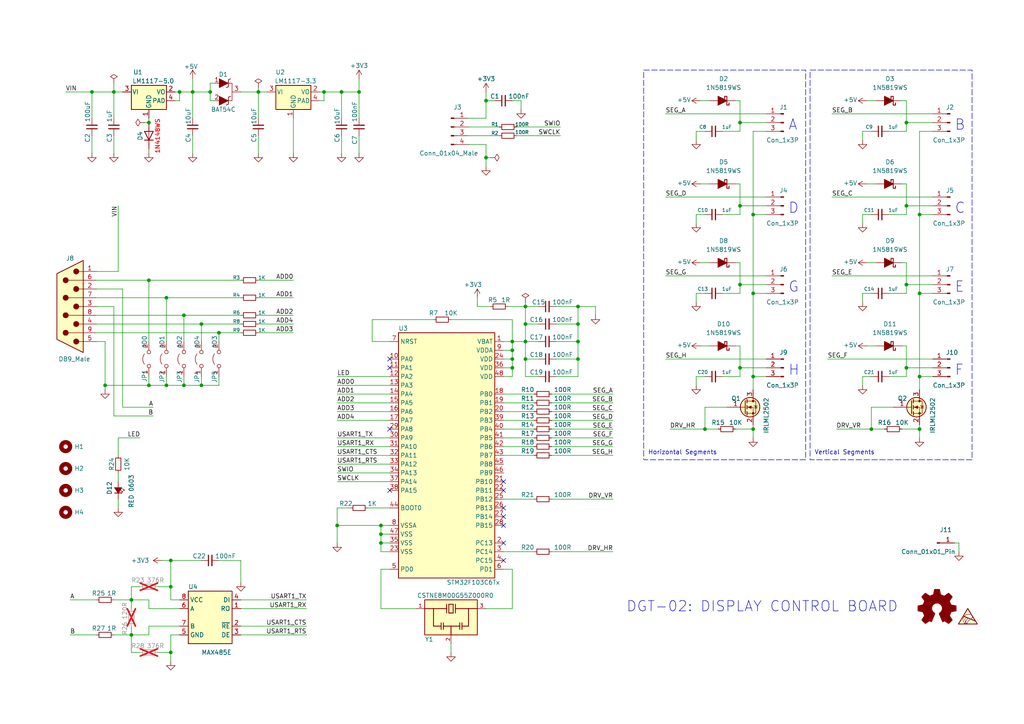
<source format=kicad_sch>
(kicad_sch (version 20230121) (generator eeschema)
  (paper "A4")
  (junction (at 49.53 170.18))
  (junction (at 167.64 93.98))
  (junction (at 55.88 26.67))
  (junction (at 152.4 99.06))
  (junction (at 152.4 104.14))
  (junction (at 218.44 124.46))
  (junction (at 204.47 124.46))
  (junction (at 30.48 111.76))
  (junction (at 214.63 35.56))
  (junction (at 58.42 111.76))
  (junction (at 266.7 85.09))
  (junction (at 38.1 184.15))
  (junction (at 63.5 96.52))
  (junction (at 60.96 26.67))
  (junction (at 48.26 86.36))
  (junction (at 26.67 26.67))
  (junction (at 262.89 82.55))
  (junction (at 266.7 62.23))
  (junction (at 167.64 104.14))
  (junction (at 218.44 109.22))
  (junction (at 214.63 106.68))
  (junction (at 148.59 104.14))
  (junction (at 97.79 152.4))
  (junction (at 110.49 154.94))
  (junction (at 218.44 85.09))
  (junction (at 53.34 91.44))
  (junction (at 93.98 26.67))
  (junction (at 262.89 106.68))
  (junction (at 167.64 99.06))
  (junction (at 110.49 157.48))
  (junction (at 49.53 162.56))
  (junction (at 148.59 106.68))
  (junction (at 218.44 62.23))
  (junction (at 214.63 59.69))
  (junction (at 58.42 93.98))
  (junction (at 152.4 88.9))
  (junction (at 43.18 81.28))
  (junction (at 262.89 59.69))
  (junction (at 74.93 26.67))
  (junction (at 43.18 35.56))
  (junction (at 33.02 26.67))
  (junction (at 104.14 26.67))
  (junction (at 38.1 173.99))
  (junction (at 52.07 26.67))
  (junction (at 262.89 35.56))
  (junction (at 152.4 93.98))
  (junction (at 99.06 26.67))
  (junction (at 140.97 45.72))
  (junction (at 167.64 88.9))
  (junction (at 266.7 124.46))
  (junction (at 48.26 111.76))
  (junction (at 43.18 111.76))
  (junction (at 49.53 189.23))
  (junction (at 266.7 109.22))
  (junction (at 148.59 101.6))
  (junction (at 53.34 111.76))
  (junction (at 148.59 99.06))
  (junction (at 140.97 29.21))
  (junction (at 252.73 124.46))
  (junction (at 214.63 82.55))
  (junction (at 110.49 152.4))
  (no_connect (at 146.05 162.56))
  (no_connect (at 146.05 152.4))
  (no_connect (at 113.03 124.46))
  (no_connect (at 146.05 149.86))
  (no_connect (at 146.05 157.48))
  (no_connect (at 146.05 139.7))
  (no_connect (at 146.05 147.32))
  (no_connect (at 146.05 142.24))
  (no_connect (at 113.03 106.68))
  (no_connect (at 113.03 142.24))
  (no_connect (at 113.03 104.14))
  (wire (pts (xy 38.1 173.99) (xy 43.18 173.99)))
  (wire (pts (xy 252.73 109.22) (xy 250.19 109.22)))
  (wire (pts (xy 52.07 29.21) (xy 52.07 26.67)))
  (wire (pts (xy 261.62 100.33) (xy 262.89 100.33)))
  (wire (pts (xy 97.79 119.38) (xy 113.03 119.38)))
  (wire (pts (xy 146.05 119.38) (xy 154.94 119.38)))
  (wire (pts (xy 156.21 109.22) (xy 152.4 109.22)))
  (wire (pts (xy 43.18 111.76) (xy 48.26 111.76)))
  (wire (pts (xy 99.06 26.67) (xy 99.06 34.29)))
  (wire (pts (xy 52.07 184.15) (xy 49.53 184.15)))
  (wire (pts (xy 33.02 26.67) (xy 35.56 26.67)))
  (wire (pts (xy 214.63 38.1) (xy 214.63 35.56)))
  (wire (pts (xy 266.7 85.09) (xy 266.7 109.22)))
  (wire (pts (xy 43.18 109.22) (xy 43.18 111.76)))
  (wire (pts (xy 204.47 38.1) (xy 201.93 38.1)))
  (wire (pts (xy 204.47 124.46) (xy 204.47 118.11)))
  (wire (pts (xy 99.06 39.37) (xy 99.06 44.45)))
  (wire (pts (xy 152.4 87.63) (xy 152.4 88.9)))
  (wire (pts (xy 152.4 93.98) (xy 156.21 93.98)))
  (wire (pts (xy 266.7 62.23) (xy 266.7 85.09)))
  (wire (pts (xy 160.02 129.54) (xy 177.8 129.54)))
  (wire (pts (xy 203.2 76.2) (xy 205.74 76.2)))
  (wire (pts (xy 97.79 134.62) (xy 113.03 134.62)))
  (wire (pts (xy 146.05 114.3) (xy 154.94 114.3)))
  (wire (pts (xy 167.64 104.14) (xy 167.64 109.22)))
  (wire (pts (xy 146.05 99.06) (xy 148.59 99.06)))
  (wire (pts (xy 240.03 104.14) (xy 270.51 104.14)))
  (wire (pts (xy 43.18 111.76) (xy 30.48 111.76)))
  (wire (pts (xy 41.91 35.56) (xy 43.18 35.56)))
  (wire (pts (xy 74.93 91.44) (xy 85.09 91.44)))
  (wire (pts (xy 146.05 101.6) (xy 148.59 101.6)))
  (wire (pts (xy 140.97 45.72) (xy 142.24 45.72)))
  (wire (pts (xy 74.93 25.4) (xy 74.93 26.67)))
  (wire (pts (xy 140.97 26.67) (xy 140.97 29.21)))
  (wire (pts (xy 140.97 41.91) (xy 140.97 45.72)))
  (wire (pts (xy 52.07 173.99) (xy 49.53 173.99)))
  (wire (pts (xy 160.02 127) (xy 177.8 127)))
  (wire (pts (xy 27.94 99.06) (xy 30.48 99.06)))
  (wire (pts (xy 69.85 162.56) (xy 69.85 168.91)))
  (wire (pts (xy 93.98 29.21) (xy 93.98 26.67)))
  (wire (pts (xy 204.47 62.23) (xy 201.93 62.23)))
  (wire (pts (xy 214.63 53.34) (xy 214.63 59.69)))
  (wire (pts (xy 110.49 154.94) (xy 110.49 152.4)))
  (wire (pts (xy 208.28 124.46) (xy 204.47 124.46)))
  (wire (pts (xy 53.34 91.44) (xy 53.34 99.06)))
  (wire (pts (xy 250.19 38.1) (xy 250.19 40.64)))
  (wire (pts (xy 74.93 39.37) (xy 74.93 44.45)))
  (wire (pts (xy 58.42 162.56) (xy 49.53 162.56)))
  (wire (pts (xy 266.7 38.1) (xy 270.51 38.1)))
  (wire (pts (xy 33.02 173.99) (xy 38.1 173.99)))
  (wire (pts (xy 69.85 184.15) (xy 88.9 184.15)))
  (wire (pts (xy 218.44 62.23) (xy 222.25 62.23)))
  (wire (pts (xy 48.26 109.22) (xy 48.26 111.76)))
  (wire (pts (xy 194.31 124.46) (xy 204.47 124.46)))
  (wire (pts (xy 266.7 109.22) (xy 266.7 113.03)))
  (wire (pts (xy 49.53 184.15) (xy 49.53 189.23)))
  (wire (pts (xy 33.02 39.37) (xy 33.02 44.45)))
  (wire (pts (xy 113.03 152.4) (xy 110.49 152.4)))
  (wire (pts (xy 97.79 121.92) (xy 113.03 121.92)))
  (wire (pts (xy 58.42 111.76) (xy 63.5 111.76)))
  (wire (pts (xy 146.05 116.84) (xy 154.94 116.84)))
  (wire (pts (xy 252.73 124.46) (xy 252.73 118.11)))
  (wire (pts (xy 50.8 29.21) (xy 52.07 29.21)))
  (wire (pts (xy 30.48 99.06) (xy 30.48 111.76)))
  (wire (pts (xy 104.14 39.37) (xy 104.14 44.45)))
  (wire (pts (xy 110.49 157.48) (xy 110.49 154.94)))
  (wire (pts (xy 140.97 29.21) (xy 140.97 34.29)))
  (wire (pts (xy 43.18 34.29) (xy 43.18 35.56)))
  (wire (pts (xy 146.05 160.02) (xy 154.94 160.02)))
  (wire (pts (xy 148.59 29.21) (xy 151.13 29.21)))
  (wire (pts (xy 34.29 144.78) (xy 34.29 147.32)))
  (wire (pts (xy 257.81 85.09) (xy 262.89 85.09)))
  (wire (pts (xy 213.36 53.34) (xy 214.63 53.34)))
  (wire (pts (xy 110.49 157.48) (xy 113.03 157.48)))
  (wire (pts (xy 209.55 38.1) (xy 214.63 38.1)))
  (wire (pts (xy 160.02 116.84) (xy 177.8 116.84)))
  (wire (pts (xy 261.62 76.2) (xy 262.89 76.2)))
  (wire (pts (xy 104.14 34.29) (xy 104.14 26.67)))
  (wire (pts (xy 45.72 189.23) (xy 49.53 189.23)))
  (wire (pts (xy 193.04 80.01) (xy 222.25 80.01)))
  (wire (pts (xy 252.73 118.11) (xy 259.08 118.11)))
  (wire (pts (xy 204.47 109.22) (xy 201.93 109.22)))
  (wire (pts (xy 204.47 85.09) (xy 201.93 85.09)))
  (wire (pts (xy 55.88 26.67) (xy 60.96 26.67)))
  (wire (pts (xy 262.89 59.69) (xy 270.51 59.69)))
  (wire (pts (xy 152.4 88.9) (xy 156.21 88.9)))
  (wire (pts (xy 241.3 57.15) (xy 270.51 57.15)))
  (wire (pts (xy 38.1 170.18) (xy 38.1 173.99)))
  (wire (pts (xy 142.24 88.9) (xy 138.43 88.9)))
  (wire (pts (xy 92.71 26.67) (xy 93.98 26.67)))
  (wire (pts (xy 43.18 81.28) (xy 69.85 81.28)))
  (wire (pts (xy 33.02 88.9) (xy 33.02 120.65)))
  (wire (pts (xy 266.7 62.23) (xy 270.51 62.23)))
  (wire (pts (xy 55.88 22.86) (xy 55.88 26.67)))
  (wire (pts (xy 135.89 36.83) (xy 144.78 36.83)))
  (wire (pts (xy 266.7 38.1) (xy 266.7 62.23)))
  (wire (pts (xy 262.89 100.33) (xy 262.89 106.68)))
  (wire (pts (xy 110.49 165.1) (xy 110.49 176.53)))
  (wire (pts (xy 69.85 176.53) (xy 88.9 176.53)))
  (wire (pts (xy 97.79 114.3) (xy 113.03 114.3)))
  (wire (pts (xy 120.65 176.53) (xy 110.49 176.53)))
  (wire (pts (xy 97.79 116.84) (xy 113.03 116.84)))
  (wire (pts (xy 261.62 124.46) (xy 266.7 124.46)))
  (wire (pts (xy 50.8 26.67) (xy 52.07 26.67)))
  (wire (pts (xy 63.5 96.52) (xy 63.5 99.06)))
  (wire (pts (xy 160.02 160.02) (xy 177.8 160.02)))
  (wire (pts (xy 201.93 85.09) (xy 201.93 87.63)))
  (wire (pts (xy 74.93 93.98) (xy 85.09 93.98)))
  (wire (pts (xy 26.67 34.29) (xy 26.67 26.67)))
  (wire (pts (xy 148.59 99.06) (xy 148.59 101.6)))
  (wire (pts (xy 152.4 88.9) (xy 152.4 93.98)))
  (wire (pts (xy 93.98 26.67) (xy 99.06 26.67)))
  (wire (pts (xy 152.4 104.14) (xy 156.21 104.14)))
  (wire (pts (xy 214.63 82.55) (xy 222.25 82.55)))
  (wire (pts (xy 104.14 26.67) (xy 99.06 26.67)))
  (wire (pts (xy 161.29 88.9) (xy 167.64 88.9)))
  (wire (pts (xy 110.49 152.4) (xy 97.79 152.4)))
  (wire (pts (xy 148.59 104.14) (xy 148.59 106.68)))
  (wire (pts (xy 60.96 29.21) (xy 60.96 26.67)))
  (wire (pts (xy 251.46 76.2) (xy 254 76.2)))
  (wire (pts (xy 262.89 35.56) (xy 270.51 35.56)))
  (wire (pts (xy 262.89 82.55) (xy 270.51 82.55)))
  (wire (pts (xy 160.02 121.92) (xy 177.8 121.92)))
  (wire (pts (xy 48.26 111.76) (xy 53.34 111.76)))
  (wire (pts (xy 107.95 99.06) (xy 113.03 99.06)))
  (wire (pts (xy 251.46 53.34) (xy 254 53.34)))
  (wire (pts (xy 33.02 34.29) (xy 33.02 26.67)))
  (wire (pts (xy 38.1 189.23) (xy 38.1 184.15)))
  (wire (pts (xy 20.32 173.99) (xy 27.94 173.99)))
  (wire (pts (xy 33.02 24.13) (xy 33.02 26.67)))
  (wire (pts (xy 146.05 127) (xy 154.94 127)))
  (wire (pts (xy 160.02 114.3) (xy 177.8 114.3)))
  (wire (pts (xy 218.44 85.09) (xy 218.44 109.22)))
  (wire (pts (xy 218.44 109.22) (xy 218.44 113.03)))
  (wire (pts (xy 149.86 39.37) (xy 162.56 39.37)))
  (wire (pts (xy 35.56 118.11) (xy 44.45 118.11)))
  (wire (pts (xy 34.29 137.16) (xy 34.29 139.7)))
  (wire (pts (xy 167.64 99.06) (xy 167.64 104.14)))
  (wire (pts (xy 130.81 92.71) (xy 148.59 92.71)))
  (wire (pts (xy 201.93 62.23) (xy 201.93 64.77)))
  (wire (pts (xy 74.93 86.36) (xy 85.09 86.36)))
  (wire (pts (xy 107.95 92.71) (xy 107.95 99.06)))
  (wire (pts (xy 63.5 96.52) (xy 69.85 96.52)))
  (wire (pts (xy 58.42 93.98) (xy 58.42 99.06)))
  (wire (pts (xy 213.36 76.2) (xy 214.63 76.2)))
  (wire (pts (xy 146.05 132.08) (xy 154.94 132.08)))
  (wire (pts (xy 69.85 173.99) (xy 88.9 173.99)))
  (wire (pts (xy 106.68 147.32) (xy 113.03 147.32)))
  (wire (pts (xy 218.44 85.09) (xy 222.25 85.09)))
  (wire (pts (xy 214.63 76.2) (xy 214.63 82.55)))
  (wire (pts (xy 69.85 26.67) (xy 74.93 26.67)))
  (wire (pts (xy 203.2 100.33) (xy 205.74 100.33)))
  (wire (pts (xy 262.89 62.23) (xy 262.89 59.69)))
  (wire (pts (xy 146.05 106.68) (xy 148.59 106.68)))
  (wire (pts (xy 252.73 38.1) (xy 250.19 38.1)))
  (wire (pts (xy 262.89 106.68) (xy 270.51 106.68)))
  (wire (pts (xy 40.64 170.18) (xy 38.1 170.18)))
  (wire (pts (xy 43.18 43.18) (xy 43.18 44.45)))
  (wire (pts (xy 110.49 160.02) (xy 110.49 157.48)))
  (wire (pts (xy 19.05 26.67) (xy 26.67 26.67)))
  (wire (pts (xy 140.97 176.53) (xy 148.59 176.53)))
  (wire (pts (xy 27.94 86.36) (xy 48.26 86.36)))
  (wire (pts (xy 43.18 176.53) (xy 52.07 176.53)))
  (wire (pts (xy 250.19 62.23) (xy 250.19 64.77)))
  (wire (pts (xy 213.36 100.33) (xy 214.63 100.33)))
  (wire (pts (xy 148.59 99.06) (xy 152.4 99.06)))
  (wire (pts (xy 60.96 24.13) (xy 62.23 24.13)))
  (wire (pts (xy 74.93 81.28) (xy 85.09 81.28)))
  (wire (pts (xy 151.13 29.21) (xy 151.13 31.75)))
  (wire (pts (xy 48.26 99.06) (xy 48.26 86.36)))
  (wire (pts (xy 266.7 124.46) (xy 266.7 123.19)))
  (wire (pts (xy 161.29 93.98) (xy 167.64 93.98)))
  (wire (pts (xy 214.63 85.09) (xy 214.63 82.55)))
  (wire (pts (xy 167.64 93.98) (xy 167.64 99.06)))
  (wire (pts (xy 214.63 35.56) (xy 222.25 35.56)))
  (wire (pts (xy 262.89 76.2) (xy 262.89 82.55)))
  (wire (pts (xy 135.89 34.29) (xy 140.97 34.29)))
  (wire (pts (xy 113.03 165.1) (xy 110.49 165.1)))
  (wire (pts (xy 261.62 53.34) (xy 262.89 53.34)))
  (wire (pts (xy 60.96 26.67) (xy 60.96 24.13)))
  (wire (pts (xy 104.14 26.67) (xy 104.14 22.86)))
  (wire (pts (xy 251.46 29.21) (xy 254 29.21)))
  (wire (pts (xy 140.97 29.21) (xy 143.51 29.21)))
  (wire (pts (xy 135.89 41.91) (xy 140.97 41.91)))
  (wire (pts (xy 201.93 109.22) (xy 201.93 111.76)))
  (wire (pts (xy 203.2 53.34) (xy 205.74 53.34)))
  (wire (pts (xy 26.67 44.45) (xy 26.67 39.37)))
  (wire (pts (xy 160.02 132.08) (xy 177.8 132.08)))
  (wire (pts (xy 27.94 91.44) (xy 53.34 91.44)))
  (wire (pts (xy 276.86 157.48) (xy 278.13 157.48)))
  (wire (pts (xy 107.95 92.71) (xy 125.73 92.71)))
  (wire (pts (xy 53.34 91.44) (xy 69.85 91.44)))
  (wire (pts (xy 38.1 173.99) (xy 38.1 176.53)))
  (wire (pts (xy 167.64 88.9) (xy 172.72 88.9)))
  (wire (pts (xy 33.02 120.65) (xy 44.45 120.65)))
  (wire (pts (xy 148.59 165.1) (xy 148.59 176.53)))
  (wire (pts (xy 35.56 83.82) (xy 35.56 118.11)))
  (wire (pts (xy 146.05 124.46) (xy 154.94 124.46)))
  (wire (pts (xy 97.79 109.22) (xy 113.03 109.22)))
  (wire (pts (xy 161.29 99.06) (xy 167.64 99.06)))
  (wire (pts (xy 27.94 88.9) (xy 33.02 88.9)))
  (wire (pts (xy 33.02 184.15) (xy 38.1 184.15)))
  (wire (pts (xy 58.42 109.22) (xy 58.42 111.76)))
  (wire (pts (xy 43.18 99.06) (xy 43.18 81.28)))
  (wire (pts (xy 213.36 29.21) (xy 214.63 29.21)))
  (wire (pts (xy 218.44 38.1) (xy 222.25 38.1)))
  (wire (pts (xy 218.44 109.22) (xy 222.25 109.22)))
  (wire (pts (xy 218.44 124.46) (xy 218.44 123.19)))
  (wire (pts (xy 97.79 152.4) (xy 97.79 157.48)))
  (wire (pts (xy 34.29 127) (xy 40.64 127)))
  (wire (pts (xy 27.94 83.82) (xy 35.56 83.82)))
  (wire (pts (xy 27.94 96.52) (xy 63.5 96.52)))
  (wire (pts (xy 74.93 96.52) (xy 85.09 96.52)))
  (wire (pts (xy 97.79 147.32) (xy 97.79 152.4)))
  (wire (pts (xy 167.64 88.9) (xy 167.64 93.98)))
  (wire (pts (xy 49.53 170.18) (xy 49.53 173.99)))
  (wire (pts (xy 38.1 181.61) (xy 38.1 184.15)))
  (wire (pts (xy 20.32 184.15) (xy 27.94 184.15)))
  (wire (pts (xy 204.47 118.11) (xy 210.82 118.11)))
  (wire (pts (xy 161.29 109.22) (xy 167.64 109.22)))
  (wire (pts (xy 110.49 154.94) (xy 113.03 154.94)))
  (wire (pts (xy 101.6 147.32) (xy 97.79 147.32)))
  (wire (pts (xy 257.81 38.1) (xy 262.89 38.1)))
  (wire (pts (xy 135.89 39.37) (xy 144.78 39.37)))
  (wire (pts (xy 48.26 86.36) (xy 69.85 86.36)))
  (wire (pts (xy 40.64 189.23) (xy 38.1 189.23)))
  (wire (pts (xy 34.29 78.74) (xy 27.94 78.74)))
  (wire (pts (xy 52.07 26.67) (xy 55.88 26.67)))
  (wire (pts (xy 160.02 119.38) (xy 177.8 119.38)))
  (wire (pts (xy 193.04 104.14) (xy 222.25 104.14)))
  (wire (pts (xy 218.44 62.23) (xy 218.44 85.09)))
  (wire (pts (xy 113.03 137.16) (xy 97.79 137.16)))
  (wire (pts (xy 43.18 184.15) (xy 43.18 181.61)))
  (wire (pts (xy 53.34 109.22) (xy 53.34 111.76)))
  (wire (pts (xy 140.97 45.72) (xy 140.97 48.26)))
  (wire (pts (xy 130.81 186.69) (xy 130.81 189.23)))
  (wire (pts (xy 214.63 106.68) (xy 222.25 106.68)))
  (wire (pts (xy 146.05 165.1) (xy 148.59 165.1)))
  (wire (pts (xy 262.89 109.22) (xy 262.89 106.68)))
  (wire (pts (xy 250.19 85.09) (xy 250.19 87.63)))
  (wire (pts (xy 30.48 111.76) (xy 30.48 113.03)))
  (wire (pts (xy 161.29 104.14) (xy 167.64 104.14)))
  (wire (pts (xy 214.63 62.23) (xy 214.63 59.69)))
  (wire (pts (xy 278.13 157.48) (xy 278.13 160.02)))
  (wire (pts (xy 152.4 99.06) (xy 156.21 99.06)))
  (wire (pts (xy 45.72 170.18) (xy 49.53 170.18)))
  (wire (pts (xy 55.88 39.37) (xy 55.88 44.45)))
  (wire (pts (xy 250.19 109.22) (xy 250.19 111.76)))
  (wire (pts (xy 148.59 92.71) (xy 148.59 99.06)))
  (wire (pts (xy 92.71 29.21) (xy 93.98 29.21)))
  (wire (pts (xy 152.4 99.06) (xy 152.4 93.98)))
  (wire (pts (xy 261.62 29.21) (xy 262.89 29.21)))
  (wire (pts (xy 266.7 85.09) (xy 270.51 85.09)))
  (wire (pts (xy 146.05 104.14) (xy 148.59 104.14)))
  (wire (pts (xy 214.63 100.33) (xy 214.63 106.68)))
  (wire (pts (xy 203.2 29.21) (xy 205.74 29.21)))
  (wire (pts (xy 266.7 109.22) (xy 270.51 109.22)))
  (wire (pts (xy 262.89 85.09) (xy 262.89 82.55)))
  (wire (pts (xy 58.42 93.98) (xy 69.85 93.98)))
  (wire (pts (xy 172.72 88.9) (xy 172.72 91.44)))
  (wire (pts (xy 43.18 173.99) (xy 43.18 176.53)))
  (wire (pts (xy 97.79 127) (xy 113.03 127)))
  (wire (pts (xy 146.05 121.92) (xy 154.94 121.92)))
  (wire (pts (xy 63.5 162.56) (xy 69.85 162.56)))
  (wire (pts (xy 34.29 59.69) (xy 34.29 78.74)))
  (wire (pts (xy 241.3 80.01) (xy 270.51 80.01)))
  (wire (pts (xy 257.81 62.23) (xy 262.89 62.23)))
  (wire (pts (xy 241.3 33.02) (xy 270.51 33.02)))
  (wire (pts (xy 27.94 93.98) (xy 58.42 93.98)))
  (wire (pts (xy 113.03 160.02) (xy 110.49 160.02)))
  (wire (pts (xy 97.79 129.54) (xy 113.03 129.54)))
  (wire (pts (xy 27.94 81.28) (xy 43.18 81.28)))
  (wire (pts (xy 149.86 36.83) (xy 162.56 36.83)))
  (wire (pts (xy 218.44 38.1) (xy 218.44 62.23)))
  (wire (pts (xy 214.63 109.22) (xy 214.63 106.68)))
  (wire (pts (xy 262.89 29.21) (xy 262.89 35.56)))
  (wire (pts (xy 213.36 124.46) (xy 218.44 124.46)))
  (wire (pts (xy 160.02 144.78) (xy 177.8 144.78)))
  (wire (pts (xy 55.88 26.67) (xy 55.88 34.29)))
  (wire (pts (xy 74.93 26.67) (xy 77.47 26.67)))
  (wire (pts (xy 160.02 124.46) (xy 177.8 124.46)))
  (wire (pts (xy 38.1 184.15) (xy 43.18 184.15)))
  (wire (pts (xy 251.46 100.33) (xy 254 100.33)))
  (wire (pts (xy 256.54 124.46) (xy 252.73 124.46)))
  (wire (pts (xy 193.04 33.02) (xy 222.25 33.02)))
  (wire (pts (xy 113.03 139.7) (xy 97.79 139.7)))
  (wire (pts (xy 49.53 189.23) (xy 49.53 191.77)))
  (wire (pts (xy 193.04 57.15) (xy 222.25 57.15)))
  (wire (pts (xy 148.59 101.6) (xy 148.59 104.14)))
  (wire (pts (xy 97.79 132.08) (xy 113.03 132.08)))
  (wire (pts (xy 257.81 109.22) (xy 262.89 109.22)))
  (wire (pts (xy 148.59 106.68) (xy 148.59 109.22)))
  (wire (pts (xy 201.93 38.1) (xy 201.93 40.64)))
  (wire (pts (xy 209.55 109.22) (xy 214.63 109.22)))
  (wire (pts (xy 69.85 181.61) (xy 88.9 181.61)))
  (wire (pts (xy 74.93 34.29) (xy 74.93 26.67)))
  (wire (pts (xy 63.5 109.22) (xy 63.5 111.76)))
  (wire (pts (xy 262.89 53.34) (xy 262.89 59.69)))
  (wire (pts (xy 266.7 124.46) (xy 266.7 127)))
  (wire (pts (xy 146.05 129.54) (xy 154.94 129.54)))
  (wire (pts (xy 97.79 111.76) (xy 113.03 111.76)))
  (wire (pts (xy 34.29 127) (xy 34.29 132.08)))
  (wire (pts (xy 214.63 59.69) (xy 222.25 59.69)))
  (wire (pts (xy 209.55 85.09) (xy 214.63 85.09)))
  (wire (pts (xy 147.32 88.9) (xy 152.4 88.9)))
  (wire (pts (xy 138.43 88.9) (xy 138.43 86.36)))
  (wire (pts (xy 85.09 34.29) (xy 85.09 44.45)))
  (wire (pts (xy 46.99 162.56) (xy 49.53 162.56)))
  (wire (pts (xy 262.89 38.1) (xy 262.89 35.56)))
  (wire (pts (xy 252.73 62.23) (xy 250.19 62.23)))
  (wire (pts (xy 62.23 29.21) (xy 60.96 29.21)))
  (wire (pts (xy 53.34 111.76) (xy 58.42 111.76)))
  (wire (pts (xy 218.44 124.46) (xy 218.44 127)))
  (wire (pts (xy 242.57 124.46) (xy 252.73 124.46)))
  (wire (pts (xy 214.63 29.21) (xy 214.63 35.56)))
  (wire (pts (xy 152.4 109.22) (xy 152.4 104.14)))
  (wire (pts (xy 43.18 181.61) (xy 52.07 181.61)))
  (wire (pts (xy 209.55 62.23) (xy 214.63 62.23)))
  (wire (pts (xy 26.67 26.67) (xy 33.02 26.67)))
  (wire (pts (xy 146.05 144.78) (xy 154.94 144.78)))
  (wire (pts (xy 146.05 109.22) (xy 148.59 109.22)))
  (wire (pts (xy 152.4 104.14) (xy 152.4 99.06)))
  (wire (pts (xy 252.73 85.09) (xy 250.19 85.09)))
  (wire (pts (xy 49.53 162.56) (xy 49.53 170.18)))
  (rectangle (start 186.69 20.32) (end 233.68 133.35) (stroke (width 0) (type dash)))
  (rectangle (start 234.95 20.32) (end 281.94 133.35) (stroke (width 0) (type dash)))
  (text "F" (at 276.86 109.22 0) (effects (font (size 3 3)) (justify left bottom)))
  (text "Vertical Segments" (at 236.22 132.08 0) (effects (font (size 1.27 1.27)) (justify left bottom)))
  (text "D" (at 228.6 62.23 0) (effects (font (size 3 3)) (justify left bottom)))
  (text "B" (at 276.86 38.1 0) (effects (font (size 3 3)) (justify left bottom)))
  (text "C" (at 276.86 62.23 0) (effects (font (size 3 3)) (justify left bottom)))
  (text "H" (at 228.6 109.22 0) (effects (font (size 3 3)) (justify left bottom)))
  (text "Horizontal Segments" (at 187.96 132.08 0) (effects (font (size 1.27 1.27)) (justify left bottom)))
  (text "G" (at 228.6 85.09 0) (effects (font (size 3 3)) (justify left bottom)))
  (text "DGT-02: DISPLAY CONTROL BOARD" (at 181.61 177.8 0) (effects (font (size 3 3)) (justify left bottom)))
  (text "A" (at 228.6 38.1 0) (effects (font (size 3 3)) (justify left bottom)))
  (text "E" (at 276.86 85.09 0) (effects (font (size 3 3)) (justify left bottom)))
  (label "ADD2" (at 85.09 91.44 180))
  (label "SWCLK" (at 162.56 39.37 180))
  (label "SEG_D" (at 177.8 121.92 180))
  (label "SWCLK" (at 97.79 139.7 0))
  (label "A" (at 44.45 118.11 180))
  (label "ADD4" (at 85.09 93.98 180))
  (label "DRV_VR" (at 177.8 144.78 180))
  (label "A" (at 20.32 173.99 0))
  (label "SWIO" (at 162.56 36.83 180))
  (label "B" (at 20.32 184.15 0))
  (label "SEG_G" (at 193.04 80.01 0))
  (label "USART1_CTS" (at 97.79 132.08 0))
  (label "ADD0" (at 85.09 81.28 180))
  (label "USART1_CTS" (at 88.9 181.61 180))
  (label "SEG_H" (at 193.04 104.14 0))
  (label "SEG_A" (at 193.04 33.02 0))
  (label "SWIO" (at 97.79 137.16 0))
  (label "USART1_RTS" (at 88.9 184.15 180))
  (label "ADD1" (at 85.09 86.36 180))
  (label "SEG_C" (at 241.3 57.15 0))
  (label "SEG_C" (at 177.8 119.38 180))
  (label "SEG_F" (at 177.8 127 180))
  (label "SEG_F" (at 240.03 104.14 0))
  (label "ADD1" (at 97.79 114.3 0))
  (label "VIN" (at 34.29 59.69 270))
  (label "ADD3" (at 85.09 96.52 180))
  (label "DRV_VR" (at 242.57 124.46 0))
  (label "SEG_E" (at 177.8 124.46 180))
  (label "SEG_B" (at 177.8 116.84 180))
  (label "VIN" (at 19.05 26.67 0))
  (label "DRV_HR" (at 194.31 124.46 0))
  (label "LED" (at 40.64 127 180))
  (label "SEG_G" (at 177.8 129.54 180))
  (label "ADD4" (at 97.79 121.92 0))
  (label "USART1_RX" (at 88.9 176.53 180))
  (label "SEG_A" (at 177.8 114.3 180))
  (label "USART1_RX" (at 97.79 129.54 0))
  (label "DRV_HR" (at 177.8 160.02 180))
  (label "USART1_RTS" (at 97.79 134.62 0))
  (label "ADD2" (at 97.79 116.84 0))
  (label "USART1_TX" (at 97.79 127 0))
  (label "ADD0" (at 97.79 111.76 0))
  (label "SEG_H" (at 177.8 132.08 180))
  (label "SEG_D" (at 193.04 57.15 0))
  (label "ADD3" (at 97.79 119.38 0))
  (label "B" (at 44.45 120.65 180))
  (label "LED" (at 97.79 109.22 0))
  (label "SEG_E" (at 241.3 80.01 0))
  (label "USART1_TX" (at 88.9 173.99 180))
  (label "SEG_B" (at 241.3 33.02 0))
  (symbol (lib_id "power:GND") (at 34.29 147.32 0) (unit 1)
    (property "Reference" "#PWR039" (effects hide))
    (property "Value" "GND" (effects hide))
  )
  (symbol (lib_id "power:GND") (at 201.93 87.63 0) (unit 1)
    (property "Reference" "#PWR026" (effects hide))
    (property "Value" "GND" (effects hide))
  )
  (symbol (lib_id "Device:R_Small") (at 157.48 129.54 90) (unit 1)
    (property "Reference" "R18" (at 153.035 128.27 90))
    (property "Value" "100R" (at 163.195 128.27 90))
    (property "Footprint" "Resistor_SMD:R_0603_1608Metric" (effects hide))
  )
  (symbol (lib_id "IRLML2502_sym:IRLML2502") (at 264.16 118.11 0) (unit 1)
    (property "Reference" "Q2" (at 260.35 115.57 0) (effects (justify left)))
    (property "Value" "IRLML2502" (at 270.51 125.73 90) (effects (justify left)))
    (property "Footprint" "Package_TO_SOT_SMD:SOT-23" (effects hide))
  )
  (symbol (lib_id "Device:C_Small") (at 55.88 36.83 180) (unit 1)
    (property "Reference" "C4" (at 54.61 40.005 90))
    (property "Value" "10uF" (at 54.61 33.655 90))
    (property "Footprint" "Capacitor_SMD:C_1206_3216Metric" (effects hide))
  )
  (symbol (lib_id "power:GND") (at 97.79 157.48 0) (unit 1)
    (property "Reference" "#PWR036" (effects hide))
    (property "Value" "GND" (effects hide))
  )
  (symbol (lib_id "Board5:BAT54C") (at 64.77 24.13 0) (mirror y) (unit 1)
    (property "Reference" "D1" (at 64.77 21.59 0))
    (property "Value" "BAT54C" (at 64.77 31.75 0))
    (property "Footprint" "Package_TO_SOT_SMD:SOT-23" (effects hide))
  )
  (symbol (lib_id "power:GND") (at 250.19 111.76 0) (unit 1)
    (property "Reference" "#PWR032" (effects hide))
    (property "Value" "GND" (effects hide))
  )
  (symbol (lib_id "Device:C_Small") (at 74.93 36.83 180) (unit 1)
    (property "Reference" "C5" (at 73.66 40.005 90))
    (property "Value" "10uF" (at 73.66 33.655 90))
    (property "Footprint" "Capacitor_SMD:C_1206_3216Metric" (effects hide))
  )
  (symbol (lib_id "Diode:1N5819WS") (at 209.55 53.34 180) (unit 1)
    (property "Reference" "D5" (at 209.8675 46.99 0))
    (property "Value" "1N5819WS" (at 209.8675 49.53 0))
    (property "Footprint" "Diode_SMD:D_SOD-323" (effects hide))
    (property "Datasheet" "https://datasheet.lcsc.com/lcsc/2204281430_Guangdong-Hottech-1N5819WS_C191023.pdf" (effects hide))
  )
  (symbol (lib_id "power:PWR_FLAG") (at 142.24 45.72 270) (unit 1)
    (property "Reference" "#FLG04" (effects hide))
    (property "Value" "PWR_FLAG" (effects hide))
  )
  (symbol (lib_id "MCU_ST_STM32F1:STM32F103C6Tx") (at 130.81 132.08 0) (unit 1)
    (property "Reference" "U3" (at 115.57 95.25 0) (effects (justify left)))
    (property "Value" "STM32F103C6Tx" (at 129.54 168.91 0) (effects (justify left)))
    (property "Footprint" "Package_QFP:LQFP-48_7x7mm_P0.5mm" (effects hide))
    (property "Datasheet" "http://www.st.com/st-web-ui/static/active/en/resource/technical/document/datasheet/CD00210843.pdf" (effects hide))
  )
  (symbol (lib_id "IRLML2502_sym:IRLML2502") (at 215.9 118.11 0) (unit 1)
    (property "Reference" "Q1" (at 212.09 115.57 0) (effects (justify left)))
    (property "Value" "IRLML2502" (at 222.25 125.73 90) (effects (justify left)))
    (property "Footprint" "Package_TO_SOT_SMD:SOT-23" (effects hide))
  )
  (symbol (lib_id "Device:R_Small") (at 157.48 124.46 90) (unit 1)
    (property "Reference" "R14" (at 153.035 123.19 90))
    (property "Value" "100R" (at 163.195 123.19 90))
    (property "Footprint" "Resistor_SMD:R_0603_1608Metric" (effects hide))
  )
  (symbol (lib_id "Device:R_Small") (at 72.39 86.36 90) (unit 1) (in_bom no)
    (property "Reference" "R4" (at 68.58 85.598 90) (effects (font (size 1 1))))
    (property "Value" "1K" (at 75.946 85.598 90) (effects (font (size 1 1))))
    (property "Footprint" "Resistor_SMD:R_0603_1608Metric" (effects hide))
  )
  (symbol (lib_id "Device:R_Small") (at 259.08 124.46 90) (unit 1)
    (property "Reference" "R16" (at 256.54 122.555 90))
    (property "Value" "10K" (at 261.62 122.555 90))
    (property "Footprint" "Resistor_SMD:R_0603_1608Metric" (effects hide))
  )
  (symbol (lib_id "power:+5V") (at 55.88 22.86 0) (unit 1)
    (property "Reference" "#PWR01" (effects hide))
    (property "Value" "+5V" (at 55.372 19.304 0))
  )
  (symbol (lib_id "power:GND") (at 201.93 111.76 0) (unit 1)
    (property "Reference" "#PWR031" (effects hide))
    (property "Value" "GND" (effects hide))
  )
  (symbol (lib_id "Device:C_Small") (at 158.75 88.9 90) (unit 1)
    (property "Reference" "C15" (at 156.21 87.63 90))
    (property "Value" "100nF" (at 163.195 87.63 90))
    (property "Footprint" "Capacitor_SMD:C_0603_1608Metric" (effects hide))
  )
  (symbol (lib_name "PWR_FLAG_1") (lib_id "power:PWR_FLAG") (at 152.4 87.63 0) (unit 1)
    (property "Reference" "#FLG05" (effects hide))
    (property "Value" "PWR_FLAG" (effects hide))
  )
  (symbol (lib_id "power:+5V") (at 251.46 76.2 90) (unit 1)
    (property "Reference" "#PWR024" (effects hide))
    (property "Value" "+5V" (at 246.634 75.946 90))
  )
  (symbol (lib_id "Diode:1N5819WS") (at 257.81 100.33 180) (unit 1)
    (property "Reference" "D11" (at 258.1275 93.98 0))
    (property "Value" "1N5819WS" (at 258.1275 96.52 0))
    (property "Footprint" "Diode_SMD:D_SOD-323" (effects hide))
    (property "Datasheet" "https://datasheet.lcsc.com/lcsc/2204281430_Guangdong-Hottech-1N5819WS_C191023.pdf" (effects hide))
  )
  (symbol (lib_id "power:+3.3V") (at 104.14 22.86 0) (unit 1)
    (property "Reference" "#PWR02" (effects hide))
    (property "Value" "+3.3V" (at 104.14 19.05 0))
  )
  (symbol (lib_name "GND_1") (lib_id "power:GND") (at 99.06 44.45 0) (unit 1)
    (property "Reference" "#PWR015" (effects hide))
    (property "Value" "GND" (effects hide))
  )
  (symbol (lib_id "Device:R_Small") (at 210.82 124.46 90) (unit 1)
    (property "Reference" "R15" (at 208.28 122.555 90))
    (property "Value" "10K" (at 213.36 122.555 90))
    (property "Footprint" "Resistor_SMD:R_0603_1608Metric" (effects hide))
  )
  (symbol (lib_id "Jumper:Jumper_2_Open") (at 43.18 104.14 90) (unit 1)
    (property "Reference" "JP1" (at 41.91 107.188 0) (effects (justify right)))
    (property "Value" "AD0" (at 41.91 97.282 0) (effects (justify right)))
    (property "Footprint" "Jumper:SolderJumper-2_P1.3mm_Open_TrianglePad1.0x1.5mm" (effects hide))
  )
  (symbol (lib_id "Mechanical:MountingHole") (at 19.05 135.89 0) (unit 1)
    (property "Reference" "H2" (at 21.59 135.8899 0) (effects (justify left)))
    (property "Value" "MountingHole" (effects hide))
    (property "Footprint" "MountingHole:MountingHole_2.2mm_M2" (effects hide))
  )
  (symbol (lib_id "power:GND") (at 151.13 31.75 0) (unit 1)
    (property "Reference" "#PWR06" (effects hide))
    (property "Value" "GND" (effects hide))
  )
  (symbol (lib_id "power:+5V") (at 203.2 53.34 90) (unit 1)
    (property "Reference" "#PWR018" (effects hide))
    (property "Value" "+5V" (at 198.374 53.086 90))
  )
  (symbol (lib_id "Diode:1N4148WS") (at 43.18 39.37 90) (unit 1)
    (property "Reference" "D4" (at 40.64 38.1 0) (effects (justify right)))
    (property "Value" "1N4148WS" (at 45.72 34.29 0) (effects (justify right)))
    (property "Footprint" "Diode_SMD:D_SOD-323" (effects hide))
    (property "Datasheet" "https://www.vishay.com/docs/85751/1n4148ws.pdf" (effects hide))
    (property "Sim.Device" "D" (effects hide))
    (property "Sim.Pins" "1=K 2=A" (effects hide))
  )
  (symbol (lib_id "power:+5V") (at 203.2 100.33 90) (unit 1)
    (property "Reference" "#PWR029" (effects hide))
    (property "Value" "+5V" (at 198.374 100.076 90))
  )
  (symbol (lib_id "power:GND") (at 250.19 40.64 0) (unit 1)
    (property "Reference" "#PWR08" (effects hide))
    (property "Value" "GND" (effects hide))
  )
  (symbol (lib_id "power:+3.3V") (at 138.43 86.36 0) (unit 1)
    (property "Reference" "#PWR025" (effects hide))
    (property "Value" "+3.3V" (at 137.16 82.55 0))
  )
  (symbol (lib_id "Device:R_Small") (at 43.18 170.18 90) (unit 1) (dnp yes)
    (property "Reference" "R23" (at 40.005 168.275 90))
    (property "Value" "376R" (at 45.085 168.275 90))
    (property "Footprint" "Resistor_SMD:R_0603_1608Metric" (effects hide))
    (property "Footprint" "Resistor_SMD:R_0603_1608Metric" (effects hide))
  )
  (symbol (lib_id "power:GND") (at 201.93 64.77 0) (unit 1)
    (property "Reference" "#PWR020" (effects hide))
    (property "Value" "GND" (effects hide))
  )
  (symbol (lib_id "power:+5V") (at 251.46 29.21 90) (unit 1)
    (property "Reference" "#PWR05" (effects hide))
    (property "Value" "+5V" (at 246.634 28.956 90))
  )
  (symbol (lib_id "Diode:1N5819WS") (at 209.55 29.21 180) (unit 1)
    (property "Reference" "D2" (at 209.8675 22.86 0))
    (property "Value" "1N5819WS" (at 209.8675 25.4 0))
    (property "Footprint" "Diode_SMD:D_SOD-323" (effects hide))
    (property "Datasheet" "https://datasheet.lcsc.com/lcsc/2204281430_Guangdong-Hottech-1N5819WS_C191023.pdf" (effects hide))
  )
  (symbol (lib_id "Jumper:Jumper_2_Open") (at 48.26 104.14 90) (unit 1)
    (property "Reference" "JP2" (at 46.99 107.442 0) (effects (justify right)))
    (property "Value" "AD1" (at 46.99 97.282 0) (effects (justify right)))
    (property "Footprint" "Jumper:SolderJumper-2_P1.3mm_Open_TrianglePad1.0x1.5mm" (effects hide))
  )
  (symbol (lib_id "Connector:Conn_01x03_Male") (at 275.59 59.69 0) (mirror y) (unit 1)
    (property "Reference" "J5" (at 274.32 55.245 0) (effects (justify right)))
    (property "Value" "Con_1x3P" (at 270.51 64.77 0) (effects (justify right)))
    (property "Footprint" "PLT-01:PinHeader_1x03_P2.54mm_Horizontal_Nilo" (effects hide))
  )
  (symbol (lib_id "Interface_UART:MAX485E") (at 62.23 179.07 0) (unit 1)
    (property "Reference" "U4" (at 54.61 170.18 0) (effects (justify left)))
    (property "Value" "MAX485E" (at 58.42 189.23 0) (effects (justify left)))
    (property "Footprint" "Package_SO:SOIC-8_3.9x4.9mm_P1.27mm" (effects hide))
  )
  (symbol (lib_name "GND_1") (lib_id "power:GND") (at 85.09 44.45 0) (unit 1)
    (property "Reference" "#PWR014" (effects hide))
    (property "Value" "GND" (effects hide))
  )
  (symbol (lib_id "Device:R_Small") (at 157.48 121.92 90) (unit 1)
    (property "Reference" "R13" (at 153.035 120.65 90))
    (property "Value" "100R" (at 163.195 120.65 90))
    (property "Footprint" "Resistor_SMD:R_0603_1608Metric" (effects hide))
  )
  (symbol (lib_id "power:GND") (at 278.13 160.02 0) (unit 1)
    (property "Reference" "#PWR022" (effects hide))
    (property "Value" "GND" (effects hide))
  )
  (symbol (lib_id "Device:R_Small") (at 147.32 39.37 90) (unit 1) (in_bom no)
    (property "Reference" "R2" (at 143.51 38.608 90) (effects (font (size 1 1))))
    (property "Value" "100R" (at 151.384 38.354 90) (effects (font (size 1 1))))
    (property "Footprint" "Resistor_SMD:R_0603_1608Metric" (effects hide))
  )
  (symbol (lib_name "PWR_FLAG_1") (lib_id "power:PWR_FLAG") (at 41.91 35.56 90) (unit 1)
    (property "Reference" "#FLG03" (effects hide))
    (property "Value" "PWR_FLAG" (effects hide))
  )
  (symbol (lib_id "Connector:Conn_01x03_Male") (at 275.59 106.68 0) (mirror y) (unit 1)
    (property "Reference" "J10" (at 274.32 102.235 0) (effects (justify right)))
    (property "Value" "Con_1x3P" (at 270.51 111.76 0) (effects (justify right)))
    (property "Footprint" "PLT-01:PinHeader_1x03_P2.54mm_Horizontal_Nilo" (effects hide))
  )
  (symbol (lib_id "Graphic:SYM_ESD_Small") (at 280.67 179.07 0) (unit 1)
    (property "Reference" "SYM1" (effects hide))
    (property "Value" "SYM_ESD_Small" (effects hide))
    (property "Footprint" "Symbol:ESD-Logo_6.6x6mm_SilkScreen" (effects hide))
  )
  (symbol (lib_id "Device:R_Small") (at 144.78 88.9 90) (unit 1) (in_bom no)
    (property "Reference" "R5" (at 142.875 86.995 90))
    (property "Value" "1R" (at 146.685 86.995 90))
    (property "Footprint" "Resistor_SMD:R_0603_1608Metric" (effects hide))
  )
  (symbol (lib_id "Device:R_Small") (at 157.48 119.38 90) (unit 1)
    (property "Reference" "R12" (at 153.035 118.11 90))
    (property "Value" "100R" (at 163.195 118.11 90))
    (property "Footprint" "Resistor_SMD:R_0603_1608Metric" (effects hide))
  )
  (symbol (lib_id "power:GND") (at 250.19 87.63 0) (unit 1)
    (property "Reference" "#PWR027" (effects hide))
    (property "Value" "GND" (effects hide))
  )
  (symbol (lib_id "Device:R_Small") (at 43.18 189.23 90) (unit 1) (dnp yes)
    (property "Reference" "R28" (at 40.005 187.325 90))
    (property "Value" "376R" (at 45.085 187.325 90))
    (property "Footprint" "Resistor_SMD:R_0603_1608Metric" (effects hide))
    (property "Footprint" "Resistor_SMD:R_0603_1608Metric" (effects hide))
  )
  (symbol (lib_id "power:GND") (at 130.81 189.23 0) (unit 1)
    (property "Reference" "#PWR040" (effects hide))
    (property "Value" "GND" (effects hide))
  )
  (symbol (lib_id "power:GND") (at 250.19 64.77 0) (unit 1)
    (property "Reference" "#PWR021" (effects hide))
    (property "Value" "GND" (effects hide))
  )
  (symbol (lib_id "power:GND") (at 266.7 127 0) (unit 1)
    (property "Reference" "#PWR035" (effects hide))
    (property "Value" "GND" (effects hide))
  )
  (symbol (lib_id "Device:C_Small") (at 104.14 36.83 180) (unit 1)
    (property "Reference" "C7" (at 102.87 40.64 90))
    (property "Value" "100nF" (at 102.87 32.385 90))
    (property "Footprint" "Capacitor_SMD:C_0603_1608Metric" (effects hide))
  )
  (symbol (lib_id "power:GND") (at 30.48 113.03 0) (unit 1)
    (property "Reference" "#PWR033" (effects hide))
    (property "Value" "GND" (effects hide))
  )
  (symbol (lib_name "GND_1") (lib_id "power:GND") (at 55.88 44.45 0) (unit 1)
    (property "Reference" "#PWR012" (effects hide))
    (property "Value" "GND" (effects hide))
  )
  (symbol (lib_id "Device:C_Small") (at 255.27 62.23 90) (mirror x) (unit 1)
    (property "Reference" "C11" (at 252.095 60.96 90) (effects (font (size 1 1))))
    (property "Value" "1uF" (at 259.08 60.96 90) (effects (font (size 1 1))))
    (property "Footprint" "Capacitor_SMD:C_0603_1608Metric" (effects hide))
  )
  (symbol (lib_id "Connector:Conn_01x03_Male") (at 227.33 59.69 0) (mirror y) (unit 1)
    (property "Reference" "J4" (at 226.06 55.245 0) (effects (justify right)))
    (property "Value" "Con_1x3P" (at 222.25 64.77 0) (effects (justify right)))
    (property "Footprint" "PLT-01:PinHeader_1x03_P2.54mm_Horizontal_Nilo" (effects hide))
  )
  (symbol (lib_id "Device:R_Small") (at 157.48 132.08 90) (unit 1)
    (property "Reference" "R19" (at 153.035 130.81 90))
    (property "Value" "100R" (at 163.195 130.81 90))
    (property "Footprint" "Resistor_SMD:R_0603_1608Metric" (effects hide))
  )
  (symbol (lib_id "power:GND") (at 140.97 48.26 0) (unit 1)
    (property "Reference" "#PWR017" (effects hide))
    (property "Value" "GND" (effects hide))
  )
  (symbol (lib_id "power:+3.3V") (at 140.97 26.67 0) (unit 1)
    (property "Reference" "#PWR03" (effects hide))
    (property "Value" "+3.3V" (at 140.97 22.86 0))
  )
  (symbol (lib_id "Device:C_Small") (at 158.75 109.22 90) (unit 1)
    (property "Reference" "C19" (at 155.575 107.95 90))
    (property "Value" "100nF" (at 163.195 107.95 90))
    (property "Footprint" "Capacitor_SMD:C_0603_1608Metric" (effects hide))
  )
  (symbol (lib_id "Device:R_Small") (at 157.48 144.78 90) (unit 1)
    (property "Reference" "R21" (at 153.035 143.51 90))
    (property "Value" "100R" (at 163.195 143.51 90))
    (property "Footprint" "Resistor_SMD:R_0603_1608Metric" (effects hide))
  )
  (symbol (lib_id "Device:C_Small") (at 158.75 104.14 90) (unit 1)
    (property "Reference" "C18" (at 155.575 102.87 90))
    (property "Value" "100nF" (at 163.195 102.87 90))
    (property "Footprint" "Capacitor_SMD:C_0603_1608Metric" (effects hide))
  )
  (symbol (lib_name "GND_1") (lib_id "power:GND") (at 104.14 44.45 0) (unit 1)
    (property "Reference" "#PWR016" (effects hide))
    (property "Value" "GND" (effects hide))
  )
  (symbol (lib_name "GND_1") (lib_id "power:GND") (at 33.02 44.45 0) (unit 1)
    (property "Reference" "#PWR010" (effects hide))
    (property "Value" "GND" (effects hide))
  )
  (symbol (lib_id "Mechanical:MountingHole") (at 19.05 142.24 0) (unit 1)
    (property "Reference" "H3" (at 21.59 142.2399 0) (effects (justify left)))
    (property "Value" "MountingHole" (effects hide))
    (property "Footprint" "MountingHole:MountingHole_2.2mm_M2" (effects hide))
  )
  (symbol (lib_id "Connector:Conn_01x04_Male") (at 130.81 36.83 0) (unit 1)
    (property "Reference" "J3" (at 132.715 31.115 0))
    (property "Value" "Conn_01x04_Male" (at 130.175 44.45 0))
    (property "Footprint" "Connector_PinHeader_2.54mm:PinHeader_1x04_P2.54mm_Vertical" (effects hide))
  )
  (symbol (lib_id "Device:R_Small") (at 34.29 134.62 180) (unit 1)
    (property "Reference" "R24" (at 32.385 134.62 90))
    (property "Value" "10K" (at 36.83 134.62 90))
    (property "Footprint" "Resistor_SMD:R_0603_1608Metric" (effects hide))
  )
  (symbol (lib_id "Regulator_Linear:LM1117-5.0") (at 43.18 26.67 0) (unit 1)
    (property "Reference" "U1" (at 40.005 20.955 0))
    (property "Value" "LM1117-5.0" (at 44.45 23.495 0))
    (property "Footprint" "Package_TO_SOT_SMD:SOT-223" (effects hide))
    (property "Datasheet" "http://www.ti.com/lit/ds/symlink/lm1117.pdf" (effects hide))
  )
  (symbol (lib_id "Device:R_Small") (at 72.39 91.44 90) (unit 1) (in_bom no)
    (property "Reference" "R6" (at 68.58 90.678 90) (effects (font (size 1 1))))
    (property "Value" "1K" (at 75.946 90.678 90) (effects (font (size 1 1))))
    (property "Footprint" "Resistor_SMD:R_0603_1608Metric" (effects hide))
  )
  (symbol (lib_id "Device:R_Small") (at 72.39 96.52 90) (unit 1) (in_bom no)
    (property "Reference" "R9" (at 68.58 95.758 90) (effects (font (size 1 1))))
    (property "Value" "1K" (at 75.946 95.758 90) (effects (font (size 1 1))))
    (property "Footprint" "Resistor_SMD:R_0603_1608Metric" (effects hide))
  )
  (symbol (lib_id "power:GND") (at 218.44 127 0) (unit 1)
    (property "Reference" "#PWR034" (effects hide))
    (property "Value" "GND" (effects hide))
  )
  (symbol (lib_id "Mechanical:MountingHole") (at 19.05 129.54 0) (unit 1)
    (property "Reference" "H1" (at 21.59 129.5399 0) (effects (justify left)))
    (property "Value" "MountingHole" (effects hide))
    (property "Footprint" "MountingHole:MountingHole_2.2mm_M2" (effects hide))
  )
  (symbol (lib_id "Diode:1N5819WS") (at 257.81 29.21 180) (unit 1)
    (property "Reference" "D3" (at 258.1275 22.86 0))
    (property "Value" "1N5819WS" (at 258.1275 25.4 0))
    (property "Footprint" "Diode_SMD:D_SOD-323" (effects hide))
    (property "Datasheet" "https://datasheet.lcsc.com/lcsc/2204281430_Guangdong-Hottech-1N5819WS_C191023.pdf" (effects hide))
  )
  (symbol (lib_id "Diode:1N5819WS") (at 257.81 76.2 180) (unit 1)
    (property "Reference" "D9" (at 258.1275 69.85 0))
    (property "Value" "1N5819WS" (at 258.1275 72.39 0))
    (property "Footprint" "Diode_SMD:D_SOD-323" (effects hide))
    (property "Datasheet" "https://datasheet.lcsc.com/lcsc/2204281430_Guangdong-Hottech-1N5819WS_C191023.pdf" (effects hide))
  )
  (symbol (lib_id "Mechanical:MountingHole") (at 19.05 148.59 0) (unit 1)
    (property "Reference" "H4" (at 21.59 148.5899 0) (effects (justify left)))
    (property "Value" "MountingHole" (effects hide))
    (property "Footprint" "MountingHole:MountingHole_2.2mm_M2" (effects hide))
  )
  (symbol (lib_id "Device:C_Small") (at 207.01 38.1 90) (mirror x) (unit 1)
    (property "Reference" "C8" (at 203.835 36.83 90) (effects (font (size 1 1))))
    (property "Value" "1uF" (at 210.82 36.83 90) (effects (font (size 1 1))))
    (property "Footprint" "Capacitor_SMD:C_0603_1608Metric" (effects hide))
  )
  (symbol (lib_id "Connector:DB9_Male") (at 20.32 88.9 180) (unit 1)
    (property "Reference" "J8" (at 20.32 74.93 0))
    (property "Value" "DB9_Male" (at 21.59 104.14 0))
    (property "Footprint" "Connector_Dsub:DSUB-9_Male_Horizontal_P2.77x2.84mm_EdgePinOffset7.70mm_Housed_MountingHolesOffset9.12mm" (effects hide))
    (property "Datasheet" " ~" (effects hide))
  )
  (symbol (lib_id "Device:R_Small") (at 38.1 179.07 180) (unit 1) (dnp yes)
    (property "Reference" "R26" (at 36.195 182.245 90))
    (property "Value" "120R" (at 36.195 177.165 90))
    (property "Footprint" "Resistor_SMD:R_0603_1608Metric" (effects hide))
    (property "Footprint" "Resistor_SMD:R_0603_1608Metric" (effects hide))
  )
  (symbol (lib_id "Device:C_Small") (at 158.75 93.98 90) (unit 1)
    (property "Reference" "C16" (at 155.575 92.71 90))
    (property "Value" "100nF" (at 163.195 92.71 90))
    (property "Footprint" "Capacitor_SMD:C_0603_1608Metric" (effects hide))
  )
  (symbol (lib_id "Jumper:Jumper_2_Open") (at 58.42 104.14 90) (unit 1)
    (property "Reference" "JP4" (at 57.15 107.442 0) (effects (justify right)))
    (property "Value" "AD4" (at 57.15 97.282 0) (effects (justify right)))
    (property "Footprint" "Jumper:SolderJumper-2_P1.3mm_Open_TrianglePad1.0x1.5mm" (effects hide))
  )
  (symbol (lib_id "Device:C_Small") (at 99.06 36.83 180) (unit 1)
    (property "Reference" "C6" (at 97.79 40.005 90))
    (property "Value" "10uF" (at 97.79 33.655 90))
    (property "Footprint" "Capacitor_SMD:C_1206_3216Metric" (effects hide))
  )
  (symbol (lib_id "Device:R_Small") (at 128.27 92.71 90) (unit 1)
    (property "Reference" "R7" (at 125.73 90.805 90))
    (property "Value" "10K" (at 130.81 90.805 90))
    (property "Footprint" "Resistor_SMD:R_0603_1608Metric" (effects hide))
  )
  (symbol (lib_name "PWR_FLAG_1") (lib_id "power:PWR_FLAG") (at 74.93 25.4 0) (unit 1)
    (property "Reference" "#FLG02" (effects hide))
    (property "Value" "PWR_FLAG" (effects hide))
  )
  (symbol (lib_id "Device:R_Small") (at 157.48 127 90) (unit 1)
    (property "Reference" "R17" (at 153.035 125.73 90))
    (property "Value" "100R" (at 163.195 125.73 90))
    (property "Footprint" "Resistor_SMD:R_0603_1608Metric" (effects hide))
  )
  (symbol (lib_id "power:+5V") (at 203.2 29.21 90) (unit 1)
    (property "Reference" "#PWR04" (effects hide))
    (property "Value" "+5V" (at 198.374 28.956 90))
  )
  (symbol (lib_id "Device:R_Small") (at 30.48 173.99 90) (unit 1)
    (property "Reference" "R25" (at 28.575 172.085 90))
    (property "Value" "1R" (at 32.385 172.085 90))
    (property "Footprint" "Resistor_SMD:R_0603_1608Metric" (effects hide))
    (property "Footprint" "Resistor_SMD:R_0603_1608Metric" (effects hide))
  )
  (symbol (lib_id "power:GND") (at 69.85 168.91 0) (mirror y) (unit 1)
    (property "Reference" "#PWR038" (effects hide))
    (property "Value" "GND" (effects hide))
  )
  (symbol (lib_name "PWR_FLAG_1") (lib_id "power:PWR_FLAG") (at 33.02 24.13 0) (unit 1)
    (property "Reference" "#FLG01" (effects hide))
    (property "Value" "PWR_FLAG" (effects hide))
  )
  (symbol (lib_id "power:+5V") (at 203.2 76.2 90) (unit 1)
    (property "Reference" "#PWR023" (effects hide))
    (property "Value" "+5V" (at 198.374 75.946 90))
  )
  (symbol (lib_id "Device:C_Small") (at 26.67 36.83 180) (unit 1)
    (property "Reference" "C2" (at 25.4 40.005 90))
    (property "Value" "100uF" (at 25.4 32.385 90))
    (property "Footprint" "Capacitor_SMD:C_1210_3225Metric" (effects hide))
  )
  (symbol (lib_id "power:GND") (at 49.53 191.77 0) (unit 1)
    (property "Reference" "#PWR041" (effects hide))
    (property "Value" "GND" (effects hide))
  )
  (symbol (lib_id "Device:C_Small") (at 158.75 99.06 90) (unit 1)
    (property "Reference" "C17" (at 155.575 97.79 90))
    (property "Value" "100nF" (at 163.195 97.79 90))
    (property "Footprint" "Capacitor_SMD:C_0603_1608Metric" (effects hide))
  )
  (symbol (lib_id "Device:C_Small") (at 207.01 85.09 90) (mirror x) (unit 1)
    (property "Reference" "C13" (at 203.835 83.82 90) (effects (font (size 1 1))))
    (property "Value" "1uF" (at 210.82 83.82 90) (effects (font (size 1 1))))
    (property "Footprint" "Capacitor_SMD:C_0603_1608Metric" (effects hide))
  )
  (symbol (lib_id "Jumper:Jumper_2_Open") (at 53.34 104.14 90) (unit 1)
    (property "Reference" "JP3" (at 52.07 107.442 0) (effects (justify right)))
    (property "Value" "AD2" (at 52.07 97.282 0) (effects (justify right)))
    (property "Footprint" "Jumper:SolderJumper-2_P1.3mm_Open_TrianglePad1.0x1.5mm" (effects hide))
  )
  (symbol (lib_name "GND_1") (lib_id "power:GND") (at 26.67 44.45 0) (unit 1)
    (property "Reference" "#PWR09" (effects hide))
    (property "Value" "GND" (effects hide))
  )
  (symbol (lib_id "Device:C_Small") (at 255.27 109.22 90) (mirror x) (unit 1)
    (property "Reference" "C21" (at 252.095 107.95 90) (effects (font (size 1 1))))
    (property "Value" "1uF" (at 259.08 107.95 90) (effects (font (size 1 1))))
    (property "Footprint" "Capacitor_SMD:C_0603_1608Metric" (effects hide))
  )
  (symbol (lib_id "Diode:1N5819WS") (at 209.55 76.2 180) (unit 1)
    (property "Reference" "D8" (at 209.8675 69.85 0))
    (property "Value" "1N5819WS" (at 209.8675 72.39 0))
    (property "Footprint" "Diode_SMD:D_SOD-323" (effects hide))
    (property "Datasheet" "https://datasheet.lcsc.com/lcsc/2204281430_Guangdong-Hottech-1N5819WS_C191023.pdf" (effects hide))
  )
  (symbol (lib_id "Device:LED_Small_Filled") (at 34.29 142.24 270) (mirror x) (unit 1)
    (property "Reference" "D12" (at 31.75 143.51 0) (effects (justify left)))
    (property "Value" "RED 0603" (at 38.1 147.32 0) (effects (justify left)))
    (property "Footprint" "LED_SMD:LED_0603_1608Metric" (effects hide))
  )
  (symbol (lib_id "Device:C_Small") (at 207.01 62.23 90) (mirror x) (unit 1)
    (property "Reference" "C10" (at 203.835 60.96 90) (effects (font (size 1 1))))
    (property "Value" "1uF" (at 210.82 60.96 90) (effects (font (size 1 1))))
    (property "Footprint" "Capacitor_SMD:C_0603_1608Metric" (effects hide))
  )
  (symbol (lib_id "Device:R_Small") (at 104.14 147.32 90) (unit 1)
    (property "Reference" "R22" (at 100.33 146.05 90))
    (property "Value" "1K" (at 107.95 146.05 90))
    (property "Footprint" "Resistor_SMD:R_0603_1608Metric" (effects hide))
  )
  (symbol (lib_id "Regulator_Linear:LM1117-3.3") (at 85.09 26.67 0) (unit 1)
    (property "Reference" "U2" (at 81.28 20.955 0))
    (property "Value" "LM1117-3.3" (at 85.725 23.495 0))
    (property "Footprint" "Package_TO_SOT_SMD:SOT-223" (effects hide))
    (property "Datasheet" "http://www.ti.com/lit/ds/symlink/lm1117.pdf" (effects hide))
  )
  (symbol (lib_name "GND_1") (lib_id "power:GND") (at 74.93 44.45 0) (unit 1)
    (property "Reference" "#PWR013" (effects hide))
    (property "Value" "GND" (effects hide))
  )
  (symbol (lib_id "Connector:Conn_01x03_Male") (at 227.33 35.56 0) (mirror y) (unit 1)
    (property "Reference" "J1" (at 226.06 31.115 0) (effects (justify right)))
    (property "Value" "Con_1x3P" (at 222.25 40.64 0) (effects (justify right)))
    (property "Footprint" "PLT-01:PinHeader_1x03_P2.54mm_Horizontal_Nilo" (effects hide))
  )
  (symbol (lib_id "Device:R_Small") (at 72.39 81.28 90) (unit 1) (in_bom no)
    (property "Reference" "R3" (at 68.58 80.518 90) (effects (font (size 1 1))))
    (property "Value" "1K" (at 75.946 80.518 90) (effects (font (size 1 1))))
    (property "Footprint" "Resistor_SMD:R_0603_1608Metric" (effects hide))
  )
  (symbol (lib_id "power:+3.3V") (at 46.99 162.56 90) (unit 1)
    (property "Reference" "#PWR037" (effects hide))
    (property "Value" "+3.3V" (at 40.64 162.56 90))
  )
  (symbol (lib_id "Connector:Conn_01x03_Male") (at 227.33 106.68 0) (mirror y) (unit 1)
    (property "Reference" "J9" (at 226.06 102.235 0) (effects (justify right)))
    (property "Value" "Con_1x3P" (at 222.25 111.76 0) (effects (justify right)))
    (property "Footprint" "PLT-01:PinHeader_1x03_P2.54mm_Horizontal_Nilo" (effects hide))
  )
  (symbol (lib_id "power:GND") (at 201.93 40.64 0) (unit 1)
    (property "Reference" "#PWR07" (effects hide))
    (property "Value" "GND" (effects hide))
  )
  (symbol (lib_id "Graphic:Logo_Open_Hardware_Small") (at 271.78 176.53 0) (unit 1)
    (property "Reference" "LOGO1" (effects hide))
    (property "Value" "Logo_Open_Hardware_Small" (effects hide))
    (property "Footprint" "Symbol:KiCad-Logo2_5mm_SilkScreen" (effects hide))
  )
  (symbol (lib_id "MuRata:CSTNE8M00G55Z000R0") (at 130.81 179.07 0) (unit 1)
    (property "Reference" "Y1" (at 124.46 185.42 0))
    (property "Value" "CSTNE8M00G55Z000R0" (at 132.08 172.72 0))
    (property "Footprint" "PLT-01:OSC_CSTNE8M00G55Z000R0" (effects hide))
    (property "MAXIMUM_PACKAGE_HEIGHT" "0.8mm" (effects hide))
    (property "MANUFACTURER" "Murata" (effects hide))
    (property "PARTREV" "JGC42-8858A" (effects hide))
    (property "STANDARD" "Manufacturer Recomendations" (effects hide))
  )
  (symbol (lib_id "Jumper:Jumper_2_Open") (at 63.5 104.14 90) (unit 1)
    (property "Reference" "JP5" (at 62.23 107.442 0) (effects (justify right)))
    (property "Value" "AD3" (at 62.23 97.282 0) (effects (justify right)))
    (property "Footprint" "Jumper:SolderJumper-2_P1.3mm_Open_TrianglePad1.0x1.5mm" (effects hide))
  )
  (symbol (lib_id "Connector:Conn_01x03_Male") (at 275.59 82.55 0) (mirror y) (unit 1)
    (property "Reference" "J7" (at 274.32 78.105 0) (effects (justify right)))
    (property "Value" "Con_1x3P" (at 270.51 87.63 0) (effects (justify right)))
    (property "Footprint" "PLT-01:PinHeader_1x03_P2.54mm_Horizontal_Nilo" (effects hide))
  )
  (symbol (lib_id "Device:R_Small") (at 157.48 116.84 90) (unit 1)
    (property "Reference" "R11" (at 153.035 115.57 90))
    (property "Value" "100R" (at 163.195 115.57 90))
    (property "Footprint" "Resistor_SMD:R_0603_1608Metric" (effects hide))
  )
  (symbol (lib_id "Device:C_Small") (at 60.96 162.56 90) (unit 1)
    (property "Reference" "C22" (at 57.785 161.29 90))
    (property "Value" "100nF" (at 65.405 161.29 90))
    (property "Footprint" "Capacitor_SMD:C_0603_1608Metric" (effects hide))
  )
  (symbol (lib_id "Device:R_Small") (at 72.39 93.98 90) (unit 1) (in_bom no)
    (property "Reference" "R8" (at 68.58 93.218 90) (effects (font (size 1 1))))
    (property "Value" "1K" (at 75.946 93.218 90) (effects (font (size 1 1))))
    (property "Footprint" "Resistor_SMD:R_0603_1608Metric" (effects hide))
  )
  (symbol (lib_id "power:GND") (at 172.72 91.44 0) (unit 1)
    (property "Reference" "#PWR028" (effects hide))
    (property "Value" "GND" (effects hide))
  )
  (symbol (lib_id "Device:R_Small") (at 157.48 114.3 90) (unit 1)
    (property "Reference" "R10" (at 153.035 113.03 90))
    (property "Value" "100R" (at 163.195 113.03 90))
    (property "Footprint" "Resistor_SMD:R_0603_1608Metric" (effects hide))
  )
  (symbol (lib_id "Diode:1N5819WS") (at 257.81 53.34 180) (unit 1)
    (property "Reference" "D6" (at 258.1275 46.99 0))
    (property "Value" "1N5819WS" (at 258.1275 49.53 0))
    (property "Footprint" "Diode_SMD:D_SOD-323" (effects hide))
    (property "Datasheet" "https://datasheet.lcsc.com/lcsc/2204281430_Guangdong-Hottech-1N5819WS_C191023.pdf" (effects hide))
  )
  (symbol (lib_id "Diode:1N5819WS") (at 209.55 100.33 180) (unit 1)
    (property "Reference" "D10" (at 209.8675 93.98 0))
    (property "Value" "1N5819WS" (at 209.8675 96.52 0))
    (property "Footprint" "Diode_SMD:D_SOD-323" (effects hide))
    (property "Datasheet" "https://datasheet.lcsc.com/lcsc/2204281430_Guangdong-Hottech-1N5819WS_C191023.pdf" (effects hide))
  )
  (symbol (lib_id "Connector:Conn_01x03_Male") (at 227.33 82.55 0) (mirror y) (unit 1)
    (property "Reference" "J6" (at 226.06 78.105 0) (effects (justify right)))
    (property "Value" "Con_1x3P" (at 222.25 87.63 0) (effects (justify right)))
    (property "Footprint" "PLT-01:PinHeader_1x03_P2.54mm_Horizontal_Nilo" (effects hide))
  )
  (symbol (lib_id "Device:R_Small") (at 147.32 36.83 90) (unit 1) (in_bom no)
    (property "Reference" "R1" (at 143.51 36.068 90) (effects (font (size 1 1))))
    (property "Value" "100R" (at 151.384 36.068 90) (effects (font (size 1 1))))
    (property "Footprint" "Resistor_SMD:R_0603_1608Metric" (effects hide))
  )
  (symbol (lib_id "power:+5V") (at 251.46 100.33 90) (unit 1)
    (property "Reference" "#PWR030" (effects hide))
    (property "Value" "+5V" (at 246.634 100.076 90))
  )
  (symbol (lib_id "power:+5V") (at 251.46 53.34 90) (unit 1)
    (property "Reference" "#PWR019" (effects hide))
    (property "Value" "+5V" (at 246.634 53.086 90))
  )
  (symbol (lib_id "Connector:Conn_01x01_Pin") (at 271.78 157.48 0) (unit 1)
    (property "Reference" "J11" (at 274.32 153.67 0))
    (property "Value" "Conn_01x01_Pin" (at 269.24 160.02 0))
    (property "Footprint" "Connector_PinHeader_2.54mm:PinHeader_1x01_P2.54mm_Vertical" (effects hide))
  )
  (symbol (lib_id "Device:C_Small") (at 207.01 109.22 90) (mirror x) (unit 1)
    (property "Reference" "C20" (at 203.835 107.95 90) (effects (font (size 1 1))))
    (property "Value" "1uF" (at 210.82 107.95 90) (effects (font (size 1 1))))
    (property "Footprint" "Capacitor_SMD:C_0603_1608Metric" (effects hide))
  )
  (symbol (lib_id "Device:C_Small") (at 255.27 85.09 90) (mirror x) (unit 1)
    (property "Reference" "C14" (at 252.095 83.82 90) (effects (font (size 1 1))))
    (property "Value" "1uF" (at 259.08 83.82 90) (effects (font (size 1 1))))
    (property "Footprint" "Capacitor_SMD:C_0603_1608Metric" (effects hide))
  )
  (symbol (lib_id "Device:C_Small") (at 255.27 38.1 90) (mirror x) (unit 1)
    (property "Reference" "C9" (at 252.095 36.83 90) (effects (font (size 1 1))))
    (property "Value" "1uF" (at 259.08 36.83 90) (effects (font (size 1 1))))
    (property "Footprint" "Capacitor_SMD:C_0603_1608Metric" (effects hide))
  )
  (symbol (lib_id "Device:R_Small") (at 30.48 184.15 90) (unit 1)
    (property "Reference" "R27" (at 28.575 182.245 90))
    (property "Value" "1R" (at 32.385 182.245 90))
    (property "Footprint" "Resistor_SMD:R_0603_1608Metric" (effects hide))
    (property "Footprint" "Resistor_SMD:R_0603_1608Metric" (effects hide))
  )
  (symbol (lib_id "Device:R_Small") (at 157.48 160.02 90) (unit 1)
    (property "Reference" "R20" (at 153.035 158.75 90))
    (property "Value" "100R" (at 163.195 158.75 90))
    (property "Footprint" "Resistor_SMD:R_0603_1608Metric" (effects hide))
  )
  (symbol (lib_name "GND_1") (lib_id "power:GND") (at 43.18 44.45 0) (unit 1)
    (property "Reference" "#PWR011" (effects hide))
    (property "Value" "GND" (effects hide))
  )
  (symbol (lib_id "Connector:Conn_01x03_Male") (at 275.59 35.56 0) (mirror y) (unit 1)
    (property "Reference" "J2" (at 274.32 31.115 0) (effects (justify right)))
    (property "Value" "Con_1x3P" (at 270.51 40.64 0) (effects (justify right)))
    (property "Footprint" "PLT-01:PinHeader_1x03_P2.54mm_Horizontal_Nilo" (effects hide))
  )
  (symbol (lib_id "Device:C_Small") (at 146.05 29.21 90) (unit 1)
    (property "Reference" "C1" (at 143.51 27.94 90))
    (property "Value" "100nF" (at 150.495 27.94 90))
    (property "Footprint" "Capacitor_SMD:C_0603_1608Metric" (effects hide))
  )
  (symbol (lib_id "Device:C_Small") (at 33.02 36.83 180) (unit 1)
    (property "Reference" "C3" (at 31.75 40.005 90))
    (property "Value" "1uF" (at 31.75 33.655 90))
    (property "Footprint" "Capacitor_SMD:C_0805_2012Metric" (effects hide))
  )
)
</source>
